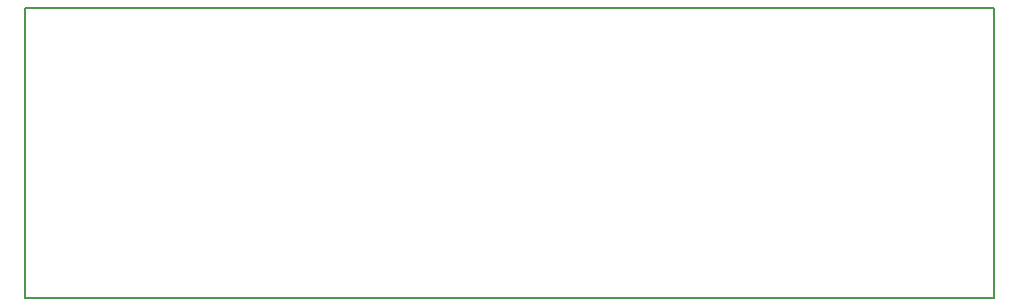
<source format=gbr>
G04 #@! TF.GenerationSoftware,KiCad,Pcbnew,5.1.9*
G04 #@! TF.CreationDate,2022-09-01T16:12:18+02:00*
G04 #@! TF.ProjectId,picsyle-R_strain_915,70696373-796c-4652-9d52-5f7374726169,rev?*
G04 #@! TF.SameCoordinates,Original*
G04 #@! TF.FileFunction,Profile,NP*
%FSLAX46Y46*%
G04 Gerber Fmt 4.6, Leading zero omitted, Abs format (unit mm)*
G04 Created by KiCad (PCBNEW 5.1.9) date 2022-09-01 16:12:18*
%MOMM*%
%LPD*%
G01*
G04 APERTURE LIST*
G04 #@! TA.AperFunction,Profile*
%ADD10C,0.150000*%
G04 #@! TD*
G04 APERTURE END LIST*
D10*
X61000000Y-92500000D02*
X61000000Y-117000000D01*
X61000000Y-92500000D02*
X143000000Y-92500000D01*
X143000000Y-92500000D02*
X143000000Y-117000000D01*
X61000000Y-117000000D02*
X143000000Y-117000000D01*
M02*

</source>
